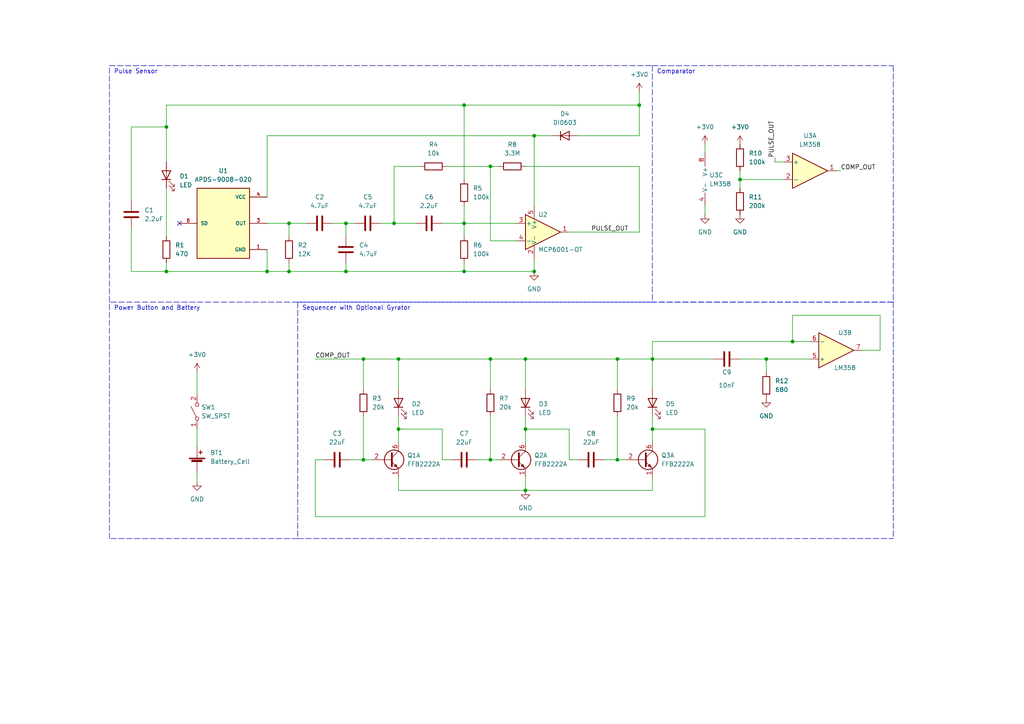
<source format=kicad_sch>
(kicad_sch (version 20211123) (generator eeschema)
  (paper "A4")
  (lib_symbols
    (symbol "APDS-9008-020:APDS-9008-020" (pin_names (offset 1.016))
      (property "Reference" "U" (at -7.6339 12.7231 0))
      (property "Value" "APDS-9008-020" (at -7.6346 -14.5057 0))
      (symbol "APDS-9008-020_0_0"
        (rectangle (start -7.62 -10.16) (end 7.62 10.16) (stroke (width 0.254)) (fill (type background)))
        (pin passive line (at 12.7 -7.62 180) (length 5.08) (name "GND") (number "1"))
        (pin output line (at 12.7 0 180) (length 5.08) (name "OUT") (number "3"))
        (pin power_in line (at 12.7 7.62 180) (length 5.08) (name "VCC") (number "4"))
        (pin input line (at -12.7 0 0) (length 5.08) (name "SD") (number "6"))
      )
    )
    (symbol "Amplifier_Operational:LM358" (pin_names (offset 0.127))
      (property "Reference" "U" (at 0 5.08 0))
      (property "Value" "LM358" (at 0 -5.08 0))
      (symbol "LM358_1_1"
        (polyline (pts (xy -5.08 5.08) (xy 5.08 0) (xy -5.08 -5.08) (xy -5.08 5.08)) (stroke (width 0.254)) (fill (type background)))
        (pin output line (at 7.62 0 180) (length 2.54) (name "~") (number "1"))
        (pin input line (at -7.62 -2.54 0) (length 2.54) (name "-") (number "2"))
        (pin input line (at -7.62 2.54 0) (length 2.54) (name "+") (number "3"))
      )
      (symbol "LM358_2_1"
        (polyline (pts (xy -5.08 5.08) (xy 5.08 0) (xy -5.08 -5.08) (xy -5.08 5.08)) (stroke (width 0.254)) (fill (type background)))
        (pin input line (at -7.62 2.54 0) (length 2.54) (name "+") (number "5"))
        (pin input line (at -7.62 -2.54 0) (length 2.54) (name "-") (number "6"))
        (pin output line (at 7.62 0 180) (length 2.54) (name "~") (number "7"))
      )
      (symbol "LM358_3_1"
        (pin power_in line (at -2.54 -7.62 90) (length 3.81) (name "V-") (number "4"))
        (pin power_in line (at -2.54 7.62 270) (length 3.81) (name "V+") (number "8"))
      )
    )
    (symbol "Amplifier_Operational:MCP6001-OT" (pin_names (offset 0.127))
      (property "Reference" "U" (at -1.27 6.35 0))
      (property "Value" "MCP6001-OT" (at -1.27 3.81 0))
      (symbol "MCP6001-OT_0_1"
        (polyline (pts (xy -5.08 5.08) (xy 5.08 0) (xy -5.08 -5.08) (xy -5.08 5.08)) (stroke (width 0.254)) (fill (type background)))
        (pin power_in line (at -2.54 -7.62 90) (length 3.81) (name "V-") (number "2"))
        (pin power_in line (at -2.54 7.62 270) (length 3.81) (name "V+") (number "5"))
      )
      (symbol "MCP6001-OT_1_1"
        (pin output line (at 7.62 0 180) (length 2.54) (name "~") (number "1"))
        (pin input line (at -7.62 2.54 0) (length 2.54) (name "+") (number "3"))
        (pin input line (at -7.62 -2.54 0) (length 2.54) (name "-") (number "4"))
      )
    )
    (symbol "Device:Battery_Cell" (pin_numbers hide) (pin_names (offset 0) hide)
      (property "Reference" "BT" (at 2.54 2.54 0))
      (property "Value" "Battery_Cell" (at 2.54 0 0))
      (symbol "Battery_Cell_0_1"
        (rectangle (start -2.286 1.778) (end 2.286 1.524) (fill (type outline)))
        (rectangle (start -1.5748 1.1938) (end 1.4732 0.6858) (fill (type outline)))
        (polyline (pts (xy 0 0.762) (xy 0 0)))
        (polyline (pts (xy 0 1.778) (xy 0 2.54)))
        (polyline (pts (xy 0.508 3.429) (xy 1.524 3.429)) (stroke (width 0.254)))
        (polyline (pts (xy 1.016 3.937) (xy 1.016 2.921)) (stroke (width 0.254)))
      )
      (symbol "Battery_Cell_1_1"
        (pin passive line (at 0 5.08 270) (length 2.54) (name "+") (number "1"))
        (pin passive line (at 0 -2.54 90) (length 2.54) (name "-") (number "2"))
      )
    )
    (symbol "Device:C" (pin_numbers hide) (pin_names (offset 0.254))
      (property "Reference" "C" (at 0.635 2.54 0))
      (property "Value" "C" (at 0.635 -2.54 0))
      (symbol "C_0_1"
        (polyline (pts (xy -2.032 -0.762) (xy 2.032 -0.762)) (stroke (width 0.508)))
        (polyline (pts (xy -2.032 0.762) (xy 2.032 0.762)) (stroke (width 0.508)))
      )
      (symbol "C_1_1"
        (pin passive line (at 0 3.81 270) (length 2.794) (name "~") (number "1"))
        (pin passive line (at 0 -3.81 90) (length 2.794) (name "~") (number "2"))
      )
    )
    (symbol "Device:D" (pin_numbers hide) (pin_names (offset 1.016) hide)
      (property "Reference" "D" (at 0 2.54 0))
      (property "Value" "D" (at 0 -2.54 0))
      (symbol "D_0_1"
        (polyline (pts (xy -1.27 1.27) (xy -1.27 -1.27)) (stroke (width 0.254)))
        (polyline (pts (xy 1.27 0) (xy -1.27 0)))
        (polyline (pts (xy 1.27 1.27) (xy 1.27 -1.27) (xy -1.27 0) (xy 1.27 1.27)) (stroke (width 0.254)))
      )
      (symbol "D_1_1"
        (pin passive line (at -3.81 0 0) (length 2.54) (name "K") (number "1"))
        (pin passive line (at 3.81 0 180) (length 2.54) (name "A") (number "2"))
      )
    )
    (symbol "Device:LED" (pin_numbers hide) (pin_names (offset 1.016) hide)
      (property "Reference" "D" (at 0 2.54 0))
      (property "Value" "LED" (at 0 -2.54 0))
      (symbol "LED_0_1"
        (polyline (pts (xy -1.27 -1.27) (xy -1.27 1.27)) (stroke (width 0.254)))
        (polyline (pts (xy -1.27 0) (xy 1.27 0)))
        (polyline (pts (xy 1.27 -1.27) (xy 1.27 1.27) (xy -1.27 0) (xy 1.27 -1.27)) (stroke (width 0.254)))
        (polyline (pts (xy -3.048 -0.762) (xy -4.572 -2.286) (xy -3.81 -2.286) (xy -4.572 -2.286) (xy -4.572 -1.524)))
        (polyline (pts (xy -1.778 -0.762) (xy -3.302 -2.286) (xy -2.54 -2.286) (xy -3.302 -2.286) (xy -3.302 -1.524)))
      )
      (symbol "LED_1_1"
        (pin passive line (at -3.81 0 0) (length 2.54) (name "K") (number "1"))
        (pin passive line (at 3.81 0 180) (length 2.54) (name "A") (number "2"))
      )
    )
    (symbol "Device:R" (pin_numbers hide) (pin_names (offset 0))
      (property "Reference" "R" (at 2.032 0 90))
      (property "Value" "R" (at 0 0 90))
      (symbol "R_0_1"
        (rectangle (start -1.016 -2.54) (end 1.016 2.54) (stroke (width 0.254)))
      )
      (symbol "R_1_1"
        (pin passive line (at 0 3.81 270) (length 1.27) (name "~") (number "1"))
        (pin passive line (at 0 -3.81 90) (length 1.27) (name "~") (number "2"))
      )
    )
    (symbol "Switch:SW_SPST" (pin_names (offset 0) hide)
      (property "Reference" "SW" (at 0 3.175 0))
      (property "Value" "SW_SPST" (at 0 -2.54 0))
      (symbol "SW_SPST_0_0"
        (circle (center -2.032 0) (radius 0.508))
        (polyline (pts (xy -1.524 0.254) (xy 1.524 1.778)))
        (circle (center 2.032 0) (radius 0.508))
      )
      (symbol "SW_SPST_1_1"
        (pin passive line (at -5.08 0 0) (length 2.54) (name "A") (number "1"))
        (pin passive line (at 5.08 0 180) (length 2.54) (name "B") (number "2"))
      )
    )
    (symbol "Transistor_BJT:FFB2222A" (pin_names (offset 0) hide)
      (property "Reference" "Q" (at 5.08 1.27 0))
      (property "Value" "FFB2222A" (at 5.08 -1.27 0))
      (symbol "FFB2222A_0_1"
        (polyline (pts (xy 0.635 0) (xy -2.54 0)))
        (polyline (pts (xy 0.635 0.635) (xy 2.54 2.54)))
        (polyline (pts (xy 0.635 -0.635) (xy 2.54 -2.54) (xy 2.54 -2.54)))
        (polyline (pts (xy 0.635 1.905) (xy 0.635 -1.905) (xy 0.635 -1.905)) (stroke (width 0.508)))
        (polyline (pts (xy 1.27 -1.778) (xy 1.778 -1.27) (xy 2.286 -2.286) (xy 1.27 -1.778) (xy 1.27 -1.778)) (fill (type outline)))
        (circle (center 1.27 0) (radius 2.8194) (stroke (width 0.254)))
      )
      (symbol "FFB2222A_1_1"
        (pin passive line (at 2.54 -5.08 90) (length 2.54) (name "E1") (number "1"))
        (pin input line (at -5.08 0 0) (length 2.54) (name "B1") (number "2"))
        (pin passive line (at 2.54 5.08 270) (length 2.54) (name "C1") (number "6"))
      )
      (symbol "FFB2222A_2_1"
        (pin passive line (at 2.54 5.08 270) (length 2.54) (name "C2") (number "3"))
        (pin passive line (at 2.54 -5.08 90) (length 2.54) (name "E2") (number "4"))
        (pin input line (at -5.08 0 0) (length 2.54) (name "B2") (number "5"))
      )
    )
    (symbol "power:+3V0" (power) (pin_names (offset 0))
      (property "Value" "+3V0" (at 0 3.556 0))
      (symbol "+3V0_0_1"
        (polyline (pts (xy -0.762 1.27) (xy 0 2.54)))
        (polyline (pts (xy 0 0) (xy 0 2.54)))
        (polyline (pts (xy 0 2.54) (xy 0.762 1.27)))
      )
      (symbol "+3V0_1_1"
        (pin power_in line (at 0 0 90) (length 0) hide (name "+3V0") (number "1"))
      )
    )
    (symbol "power:GND" (power) (pin_names (offset 0))
      (property "Value" "GND" (at 0 -3.81 0))
      (symbol "GND_0_1"
        (polyline (pts (xy 0 0) (xy 0 -1.27) (xy 1.27 -1.27) (xy 0 -2.54) (xy -1.27 -1.27) (xy 0 -1.27)))
      )
      (symbol "GND_1_1"
        (pin power_in line (at 0 0 270) (length 0) hide (name "GND") (number "1"))
      )
    )
  )
  (junction (at 154.94 39.37))
  (junction (at 179.07 133.35))
  (junction (at 83.82 78.74))
  (junction (at 152.4 142.24))
  (junction (at 77.47 78.74))
  (junction (at 115.57 124.46))
  (junction (at 115.57 104.14))
  (junction (at 189.23 124.46))
  (junction (at 83.82 64.77))
  (junction (at 154.94 78.74))
  (junction (at 48.26 36.83))
  (junction (at 214.63 52.07))
  (junction (at 105.41 104.14))
  (junction (at 114.3 64.77))
  (junction (at 152.4 124.46))
  (junction (at 142.24 48.26))
  (junction (at 134.62 64.77))
  (junction (at 100.33 64.77))
  (junction (at 134.62 30.48))
  (junction (at 142.24 133.35))
  (junction (at 48.26 78.74))
  (junction (at 185.42 30.48))
  (junction (at 189.23 104.14))
  (junction (at 100.33 78.74))
  (junction (at 152.4 104.14))
  (junction (at 142.24 104.14))
  (junction (at 134.62 78.74))
  (junction (at 179.07 104.14))
  (junction (at 105.41 133.35))
  (junction (at 222.25 104.14))
  (junction (at 229.87 99.06))
  (no_connect (at 52.07 64.77))
  (wire (pts (xy 222.25 104.14) (xy 234.95 104.14)))
  (wire (pts (xy 152.4 142.24) (xy 152.4 138.43)))
  (wire (pts (xy 204.47 149.86) (xy 91.44 149.86)))
  (polyline (pts (xy 259.08 87.63) (xy 86.36 87.63)))
  (wire (pts (xy 152.4 120.65) (xy 152.4 124.46)))
  (wire (pts (xy 154.94 59.69) (xy 154.94 39.37)))
  (wire (pts (xy 134.62 64.77) (xy 134.62 68.58)))
  (wire (pts (xy 77.47 57.15) (xy 77.47 39.37)))
  (polyline (pts (xy 259.08 87.63) (xy 189.23 87.63)))
  (wire (pts (xy 167.64 39.37) (xy 185.42 39.37)))
  (wire (pts (xy 189.23 142.24) (xy 189.23 138.43)))
  (polyline (pts (xy 86.36 87.63) (xy 86.36 156.21)))
  (wire (pts (xy 222.25 104.14) (xy 222.25 107.95)))
  (wire (pts (xy 185.42 30.48) (xy 185.42 26.67)))
  (wire (pts (xy 179.07 120.65) (xy 179.07 133.35)))
  (wire (pts (xy 152.4 124.46) (xy 152.4 128.27)))
  (wire (pts (xy 114.3 48.26) (xy 114.3 64.77)))
  (wire (pts (xy 100.33 78.74) (xy 134.62 78.74)))
  (wire (pts (xy 214.63 52.07) (xy 227.33 52.07)))
  (polyline (pts (xy 31.75 87.63) (xy 31.75 19.05)))
  (wire (pts (xy 152.4 104.14) (xy 152.4 113.03)))
  (wire (pts (xy 149.86 69.85) (xy 142.24 69.85)))
  (wire (pts (xy 100.33 64.77) (xy 102.87 64.77)))
  (wire (pts (xy 115.57 142.24) (xy 115.57 138.43)))
  (wire (pts (xy 204.47 62.23) (xy 204.47 59.69)))
  (wire (pts (xy 83.82 78.74) (xy 100.33 78.74)))
  (wire (pts (xy 250.19 101.6) (xy 255.27 101.6)))
  (wire (pts (xy 189.23 104.14) (xy 189.23 113.03)))
  (wire (pts (xy 128.27 133.35) (xy 128.27 124.46)))
  (wire (pts (xy 134.62 78.74) (xy 154.94 78.74)))
  (wire (pts (xy 48.26 78.74) (xy 38.1 78.74)))
  (wire (pts (xy 152.4 142.24) (xy 189.23 142.24)))
  (wire (pts (xy 115.57 142.24) (xy 152.4 142.24)))
  (wire (pts (xy 142.24 120.65) (xy 142.24 133.35)))
  (polyline (pts (xy 31.75 19.05) (xy 189.23 19.05)))
  (polyline (pts (xy 189.23 19.05) (xy 259.08 19.05)))
  (wire (pts (xy 175.26 133.35) (xy 179.07 133.35)))
  (wire (pts (xy 142.24 69.85) (xy 142.24 48.26)))
  (wire (pts (xy 91.44 104.14) (xy 105.41 104.14)))
  (wire (pts (xy 229.87 91.44) (xy 229.87 99.06)))
  (wire (pts (xy 83.82 68.58) (xy 83.82 64.77)))
  (wire (pts (xy 185.42 30.48) (xy 185.42 39.37)))
  (wire (pts (xy 115.57 104.14) (xy 115.57 113.03)))
  (wire (pts (xy 128.27 133.35) (xy 130.81 133.35)))
  (wire (pts (xy 105.41 120.65) (xy 105.41 133.35)))
  (wire (pts (xy 154.94 78.74) (xy 154.94 74.93)))
  (wire (pts (xy 185.42 48.26) (xy 185.42 67.31)))
  (wire (pts (xy 115.57 104.14) (xy 142.24 104.14)))
  (wire (pts (xy 189.23 124.46) (xy 204.47 124.46)))
  (wire (pts (xy 204.47 41.91) (xy 204.47 44.45)))
  (polyline (pts (xy 259.08 19.05) (xy 259.08 87.63)))
  (wire (pts (xy 165.1 133.35) (xy 167.64 133.35)))
  (wire (pts (xy 77.47 78.74) (xy 48.26 78.74)))
  (wire (pts (xy 48.26 36.83) (xy 48.26 46.99)))
  (wire (pts (xy 242.57 49.53) (xy 243.84 49.53)))
  (wire (pts (xy 83.82 64.77) (xy 88.9 64.77)))
  (wire (pts (xy 142.24 104.14) (xy 152.4 104.14)))
  (polyline (pts (xy 259.08 87.63) (xy 259.08 156.21)))
  (wire (pts (xy 110.49 64.77) (xy 114.3 64.77)))
  (wire (pts (xy 255.27 101.6) (xy 255.27 91.44)))
  (wire (pts (xy 214.63 104.14) (xy 222.25 104.14)))
  (wire (pts (xy 255.27 91.44) (xy 229.87 91.44)))
  (wire (pts (xy 189.23 120.65) (xy 189.23 124.46)))
  (wire (pts (xy 179.07 133.35) (xy 181.61 133.35)))
  (wire (pts (xy 134.62 30.48) (xy 48.26 30.48)))
  (wire (pts (xy 129.54 48.26) (xy 142.24 48.26)))
  (wire (pts (xy 121.92 48.26) (xy 114.3 48.26)))
  (wire (pts (xy 185.42 67.31) (xy 165.1 67.31)))
  (wire (pts (xy 134.62 30.48) (xy 185.42 30.48)))
  (wire (pts (xy 142.24 133.35) (xy 144.78 133.35)))
  (wire (pts (xy 214.63 49.53) (xy 214.63 52.07)))
  (wire (pts (xy 91.44 133.35) (xy 93.98 133.35)))
  (wire (pts (xy 134.62 52.07) (xy 134.62 30.48)))
  (wire (pts (xy 189.23 104.14) (xy 207.01 104.14)))
  (wire (pts (xy 57.15 107.95) (xy 57.15 114.3)))
  (wire (pts (xy 100.33 76.2) (xy 100.33 78.74)))
  (wire (pts (xy 105.41 133.35) (xy 107.95 133.35)))
  (wire (pts (xy 48.26 30.48) (xy 48.26 36.83)))
  (polyline (pts (xy 86.36 156.21) (xy 259.08 156.21)))
  (wire (pts (xy 152.4 104.14) (xy 179.07 104.14)))
  (wire (pts (xy 57.15 124.46) (xy 57.15 129.54)))
  (wire (pts (xy 189.23 99.06) (xy 229.87 99.06)))
  (polyline (pts (xy 189.23 87.63) (xy 31.75 87.63)))
  (wire (pts (xy 142.24 104.14) (xy 142.24 113.03)))
  (wire (pts (xy 91.44 149.86) (xy 91.44 133.35)))
  (wire (pts (xy 134.62 76.2) (xy 134.62 78.74)))
  (wire (pts (xy 105.41 104.14) (xy 105.41 113.03)))
  (wire (pts (xy 48.26 76.2) (xy 48.26 78.74)))
  (wire (pts (xy 115.57 120.65) (xy 115.57 124.46)))
  (wire (pts (xy 115.57 124.46) (xy 128.27 124.46)))
  (wire (pts (xy 96.52 64.77) (xy 100.33 64.77)))
  (wire (pts (xy 48.26 54.61) (xy 48.26 68.58)))
  (wire (pts (xy 154.94 39.37) (xy 160.02 39.37)))
  (wire (pts (xy 38.1 66.04) (xy 38.1 78.74)))
  (wire (pts (xy 227.33 46.99) (xy 224.79 46.99)))
  (wire (pts (xy 179.07 104.14) (xy 179.07 113.03)))
  (wire (pts (xy 77.47 78.74) (xy 83.82 78.74)))
  (polyline (pts (xy 86.36 156.21) (xy 31.75 156.21)))
  (wire (pts (xy 101.6 133.35) (xy 105.41 133.35)))
  (wire (pts (xy 229.87 99.06) (xy 234.95 99.06)))
  (wire (pts (xy 204.47 124.46) (xy 204.47 149.86)))
  (wire (pts (xy 189.23 99.06) (xy 189.23 104.14)))
  (wire (pts (xy 165.1 133.35) (xy 165.1 124.46)))
  (wire (pts (xy 38.1 36.83) (xy 48.26 36.83)))
  (wire (pts (xy 179.07 104.14) (xy 189.23 104.14)))
  (polyline (pts (xy 189.23 19.05) (xy 189.23 87.63)))
  (wire (pts (xy 38.1 58.42) (xy 38.1 36.83)))
  (wire (pts (xy 128.27 64.77) (xy 134.62 64.77)))
  (wire (pts (xy 77.47 72.39) (xy 77.47 78.74)))
  (wire (pts (xy 134.62 59.69) (xy 134.62 64.77)))
  (wire (pts (xy 138.43 133.35) (xy 142.24 133.35)))
  (wire (pts (xy 152.4 48.26) (xy 185.42 48.26)))
  (wire (pts (xy 77.47 64.77) (xy 83.82 64.77)))
  (wire (pts (xy 214.63 52.07) (xy 214.63 54.61)))
  (wire (pts (xy 114.3 64.77) (xy 120.65 64.77)))
  (wire (pts (xy 189.23 124.46) (xy 189.23 128.27)))
  (wire (pts (xy 142.24 48.26) (xy 144.78 48.26)))
  (wire (pts (xy 152.4 124.46) (xy 165.1 124.46)))
  (wire (pts (xy 77.47 39.37) (xy 154.94 39.37)))
  (wire (pts (xy 100.33 64.77) (xy 100.33 68.58)))
  (wire (pts (xy 115.57 124.46) (xy 115.57 128.27)))
  (wire (pts (xy 134.62 64.77) (xy 149.86 64.77)))
  (wire (pts (xy 57.15 137.16) (xy 57.15 139.7)))
  (wire (pts (xy 105.41 104.14) (xy 115.57 104.14)))
  (polyline (pts (xy 31.75 156.21) (xy 31.75 87.63)))
  (wire (pts (xy 224.79 45.72) (xy 224.79 46.99)))
  (wire (pts (xy 83.82 76.2) (xy 83.82 78.74)))
  (text "Comparator" (at 190.5 21.59 0) (effects (font (size 1.27 1.27)) (justify left bottom)))
  (text "Power Button and Battery" (at 33.02 90.17 0) (effects (font (size 1.27 1.27)) (justify left bottom)))
  (text "Sequencer with Optional Gyrator" (at 87.63 90.17 0) (effects (font (size 1.27 1.27)) (justify left bottom)))
  (text "Pulse Sensor" (at 33.02 21.59 0) (effects (font (size 1.27 1.27)) (justify left bottom)))
  (label "PULSE_OUT" (at 171.45 67.31 0))
  (label "COMP_OUT" (at 243.84 49.53 0))
  (label "PULSE_OUT" (at 224.79 45.72 90))
  (label "COMP_OUT" (at 91.44 104.14 0))
  (symbol (lib_id "power:GND") (at 57.15 139.7 0) (unit 1)
    (property "Reference" "#PWR02" (effects hide))
    (property "Value" "GND" (at 57.15 144.78 0))
  )
  (symbol (lib_id "power:+3V0") (at 57.15 107.95 0) (unit 1)
    (property "Reference" "#PWR01" (effects hide))
    (property "Value" "+3V0" (at 57.15 102.87 0))
  )
  (symbol (lib_id "power:GND") (at 214.63 62.23 0) (unit 1)
    (property "Reference" "#PWR09" (effects hide))
    (property "Value" "GND" (at 214.63 67.31 0))
  )
  (symbol (lib_id "Device:R") (at 142.24 116.84 0) (unit 1)
    (property "Reference" "R7" (at 144.78 115.5699 0) (effects (justify left)))
    (property "Value" "20k" (at 144.78 118.1099 0) (effects (justify left)))
    (property "Footprint" "Resistor_SMD:R_0603_1608Metric" (effects hide))
  )
  (symbol (lib_id "power:GND") (at 152.4 142.24 0) (unit 1)
    (property "Reference" "#PWR03" (effects hide))
    (property "Value" "GND" (at 152.4 147.32 0))
  )
  (symbol (lib_id "Device:LED") (at 189.23 116.84 90) (unit 1)
    (property "Reference" "D5" (at 193.04 117.1574 90) (effects (justify right)))
    (property "Value" "LED" (at 193.04 119.6974 90) (effects (justify right)))
    (property "Footprint" "LED_SMD:LED_1206_3216Metric_ReverseMount_Hole1.8x2.4mm" (effects hide))
  )
  (symbol (lib_id "power:GND") (at 204.47 62.23 0) (unit 1)
    (property "Reference" "#PWR07" (effects hide))
    (property "Value" "GND" (at 204.47 67.31 0))
  )
  (symbol (lib_id "Amplifier_Operational:LM358") (at 242.57 101.6 0) (mirror x) (unit 2)
    (property "Reference" "U3" (at 245.11 96.52 0))
    (property "Value" "LM358" (at 245.11 106.68 0))
    (property "Footprint" "Package_TO_SOT_SMD:SOT-23-8_Handsoldering" (effects hide))
    (property "Datasheet" "http://www.ti.com/lit/ds/symlink/lm2904-n.pdf" (effects hide))
  )
  (symbol (lib_id "Device:R") (at 134.62 72.39 0) (unit 1)
    (property "Reference" "R6" (at 137.16 71.1199 0) (effects (justify left)))
    (property "Value" "100k" (at 137.16 73.6599 0) (effects (justify left)))
    (property "Footprint" "Resistor_SMD:R_0603_1608Metric" (effects hide))
  )
  (symbol (lib_id "Amplifier_Operational:MCP6001-OT") (at 157.48 67.31 0) (unit 1)
    (property "Reference" "U2" (at 157.48 62.23 0))
    (property "Value" "MCP6001-OT" (at 162.56 72.39 0))
    (property "Footprint" "Package_TO_SOT_SMD:SOT-23-5" (effects hide))
    (property "Datasheet" "http://ww1.microchip.com/downloads/en/DeviceDoc/21733j.pdf" (effects hide))
  )
  (symbol (lib_id "Device:C") (at 38.1 62.23 0) (unit 1)
    (property "Reference" "C1" (at 41.91 60.9599 0) (effects (justify left)))
    (property "Value" "2.2uF" (at 41.91 63.4999 0) (effects (justify left)))
    (property "Footprint" "Capacitor_SMD:C_0603_1608Metric" (effects hide))
  )
  (symbol (lib_id "Device:C") (at 92.71 64.77 270) (unit 1)
    (property "Reference" "C2" (at 92.71 57.15 90))
    (property "Value" "4.7uF" (at 92.71 59.69 90))
    (property "Footprint" "Capacitor_SMD:C_0603_1608Metric" (effects hide))
  )
  (symbol (lib_id "Device:LED") (at 48.26 50.8 90) (unit 1)
    (property "Reference" "D1" (at 52.07 51.1174 90) (effects (justify right)))
    (property "Value" "LED" (at 52.07 53.6574 90) (effects (justify right)))
    (property "Footprint" "LED_SMD:LED_1206_3216Metric_ReverseMount_Hole1.8x2.4mm" (effects hide))
  )
  (symbol (lib_id "Amplifier_Operational:LM358") (at 207.01 52.07 0) (unit 3)
    (property "Reference" "U3" (at 205.74 50.7999 0) (effects (justify left)))
    (property "Value" "LM358" (at 205.74 53.3399 0) (effects (justify left)))
    (property "Footprint" "Package_TO_SOT_SMD:SOT-23-8_Handsoldering" (effects hide))
    (property "Datasheet" "http://www.ti.com/lit/ds/symlink/lm2904-n.pdf" (effects hide))
  )
  (symbol (lib_id "Device:R") (at 214.63 45.72 0) (unit 1)
    (property "Reference" "R10" (at 217.17 44.4499 0) (effects (justify left)))
    (property "Value" "100k" (at 217.17 46.9899 0) (effects (justify left)))
    (property "Footprint" "Resistor_SMD:R_0603_1608Metric" (effects hide))
  )
  (symbol (lib_id "power:+3V0") (at 204.47 41.91 0) (unit 1)
    (property "Reference" "#PWR06" (effects hide))
    (property "Value" "+3V0" (at 204.47 36.83 0))
  )
  (symbol (lib_id "Device:C") (at 100.33 72.39 180) (unit 1)
    (property "Reference" "C4" (at 104.14 71.1199 0) (effects (justify right)))
    (property "Value" "4.7uF" (at 104.14 73.6599 0) (effects (justify right)))
    (property "Footprint" "Capacitor_SMD:C_0603_1608Metric" (effects hide))
  )
  (symbol (lib_id "Device:R") (at 83.82 72.39 0) (unit 1)
    (property "Reference" "R2" (at 86.36 71.1199 0) (effects (justify left)))
    (property "Value" "12K" (at 86.36 73.6599 0) (effects (justify left)))
    (property "Footprint" "Resistor_SMD:R_0603_1608Metric" (effects hide))
  )
  (symbol (lib_id "Device:C") (at 97.79 133.35 90) (unit 1)
    (property "Reference" "C3" (at 97.79 125.73 90))
    (property "Value" "22uF" (at 97.79 128.27 90))
    (property "Footprint" "Capacitor_SMD:C_0603_1608Metric" (effects hide))
  )
  (symbol (lib_id "Device:R") (at 214.63 58.42 0) (unit 1)
    (property "Reference" "R11" (at 217.17 57.1499 0) (effects (justify left)))
    (property "Value" "200k" (at 217.17 59.6899 0) (effects (justify left)))
    (property "Footprint" "Resistor_SMD:R_0603_1608Metric" (effects hide))
  )
  (symbol (lib_id "power:GND") (at 222.25 115.57 0) (unit 1)
    (property "Reference" "#PWR010" (effects hide))
    (property "Value" "GND" (at 222.25 120.65 0))
  )
  (symbol (lib_id "Device:C") (at 106.68 64.77 270) (unit 1)
    (property "Reference" "C5" (at 106.68 57.15 90))
    (property "Value" "4.7uF" (at 106.68 59.69 90))
    (property "Footprint" "Capacitor_SMD:C_0603_1608Metric" (effects hide))
  )
  (symbol (lib_id "Transistor_BJT:FFB2222A") (at 113.03 133.35 0) (unit 1)
    (property "Reference" "Q1" (at 118.11 132.0799 0) (effects (justify left)))
    (property "Value" "FFB2222A" (at 118.11 134.6199 0) (effects (justify left)))
    (property "Footprint" "Package_TO_SOT_SMD:SOT-363_SC-70-6" (effects hide))
    (property "Datasheet" "https://www.onsemi.com/pub/Collateral/MMPQ2222A-D.pdf" (effects hide))
  )
  (symbol (lib_id "Transistor_BJT:FFB2222A") (at 186.69 133.35 0) (unit 1)
    (property "Reference" "Q3" (at 191.77 132.0799 0) (effects (justify left)))
    (property "Value" "FFB2222A" (at 191.77 134.6199 0) (effects (justify left)))
    (property "Footprint" "Package_TO_SOT_SMD:SOT-363_SC-70-6" (effects hide))
    (property "Datasheet" "https://www.onsemi.com/pub/Collateral/MMPQ2222A-D.pdf" (effects hide))
  )
  (symbol (lib_id "Device:R") (at 105.41 116.84 0) (unit 1)
    (property "Reference" "R3" (at 107.95 115.5699 0) (effects (justify left)))
    (property "Value" "20k" (at 107.95 118.1099 0) (effects (justify left)))
    (property "Footprint" "Resistor_SMD:R_0603_1608Metric" (effects hide))
  )
  (symbol (lib_id "Device:R") (at 179.07 116.84 0) (unit 1)
    (property "Reference" "R9" (at 181.61 115.5699 0) (effects (justify left)))
    (property "Value" "20k" (at 181.61 118.1099 0) (effects (justify left)))
    (property "Footprint" "Resistor_SMD:R_0603_1608Metric" (effects hide))
  )
  (symbol (lib_id "Device:C") (at 124.46 64.77 90) (unit 1)
    (property "Reference" "C6" (at 124.46 57.15 90))
    (property "Value" "2.2uF" (at 124.46 59.69 90))
    (property "Footprint" "Capacitor_SMD:C_0603_1608Metric" (effects hide))
  )
  (symbol (lib_id "Transistor_BJT:FFB2222A") (at 149.86 133.35 0) (unit 1)
    (property "Reference" "Q2" (at 154.94 132.0799 0) (effects (justify left)))
    (property "Value" "FFB2222A" (at 154.94 134.6199 0) (effects (justify left)))
    (property "Footprint" "Package_TO_SOT_SMD:SOT-363_SC-70-6" (effects hide))
    (property "Datasheet" "https://www.onsemi.com/pub/Collateral/MMPQ2222A-D.pdf" (effects hide))
  )
  (symbol (lib_id "Device:R") (at 125.73 48.26 90) (unit 1)
    (property "Reference" "R4" (at 125.73 41.91 90))
    (property "Value" "10k" (at 125.73 44.45 90))
    (property "Footprint" "Resistor_SMD:R_0603_1608Metric" (effects hide))
  )
  (symbol (lib_id "Device:R") (at 222.25 111.76 0) (unit 1)
    (property "Reference" "R12" (at 224.79 110.4899 0) (effects (justify left)))
    (property "Value" "680" (at 224.79 113.0299 0) (effects (justify left)))
    (property "Footprint" "Resistor_SMD:R_0603_1608Metric" (effects hide))
  )
  (symbol (lib_id "APDS-9008-020:APDS-9008-020") (at 64.77 64.77 0) (unit 1)
    (property "Reference" "U1" (at 64.77 49.53 0))
    (property "Value" "APDS-9008-020" (at 64.77 52.07 0))
    (property "Footprint" "LCC140P200X240X80-6" (effects hide))
    (property "MANUFACTURER" "Avago Technologies" (effects hide))
  )
  (symbol (lib_id "Device:LED") (at 152.4 116.84 90) (unit 1)
    (property "Reference" "D3" (at 156.21 117.1574 90) (effects (justify right)))
    (property "Value" "LED" (at 156.21 119.6974 90) (effects (justify right)))
    (property "Footprint" "LED_SMD:LED_1206_3216Metric_ReverseMount_Hole1.8x2.4mm" (effects hide))
  )
  (symbol (lib_id "Device:C") (at 134.62 133.35 90) (unit 1)
    (property "Reference" "C7" (at 134.62 125.73 90))
    (property "Value" "22uF" (at 134.62 128.27 90))
    (property "Footprint" "Capacitor_SMD:C_0603_1608Metric" (effects hide))
  )
  (symbol (lib_id "Device:D") (at 163.83 39.37 0) (unit 1)
    (property "Reference" "D4" (at 163.83 33.02 0))
    (property "Value" "DI0603" (at 163.83 35.56 0))
    (property "Footprint" "Diode_SMD:D_0603_1608Metric" (effects hide))
  )
  (symbol (lib_id "Device:C") (at 171.45 133.35 90) (unit 1)
    (property "Reference" "C8" (at 171.45 125.73 90))
    (property "Value" "22uF" (at 171.45 128.27 90))
    (property "Footprint" "Capacitor_SMD:C_0603_1608Metric" (effects hide))
  )
  (symbol (lib_id "power:+3V0") (at 214.63 41.91 0) (unit 1)
    (property "Reference" "#PWR08" (effects hide))
    (property "Value" "+3V0" (at 214.63 36.83 0))
  )
  (symbol (lib_id "Device:LED") (at 115.57 116.84 90) (unit 1)
    (property "Reference" "D2" (at 119.38 117.1574 90) (effects (justify right)))
    (property "Value" "LED" (at 119.38 119.6974 90) (effects (justify right)))
    (property "Footprint" "LED_SMD:LED_1206_3216Metric_ReverseMount_Hole1.8x2.4mm" (effects hide))
  )
  (symbol (lib_id "Device:Battery_Cell") (at 57.15 134.62 0) (unit 1)
    (property "Reference" "BT1" (at 60.96 131.3179 0) (effects (justify left)))
    (property "Value" "Battery_Cell" (at 60.96 133.8579 0) (effects (justify left)))
  )
  (symbol (lib_id "Switch:SW_SPST") (at 57.15 119.38 90) (unit 1)
    (property "Reference" "SW1" (at 58.42 118.1099 90) (effects (justify right)))
    (property "Value" "SW_SPST" (at 58.42 120.6499 90) (effects (justify right)))
    (property "Footprint" "Button_Switch_SMD:SW_Push_1P1T_NO_6x6mm_H9.5mm" (effects hide))
  )
  (symbol (lib_id "Device:R") (at 148.59 48.26 90) (unit 1)
    (property "Reference" "R8" (at 148.59 41.91 90))
    (property "Value" "3.3M" (at 148.59 44.45 90))
    (property "Footprint" "Resistor_SMD:R_0603_1608Metric" (effects hide))
  )
  (symbol (lib_id "Device:C") (at 210.82 104.14 90) (unit 1)
    (property "Reference" "C9" (at 210.82 107.95 90))
    (property "Value" "10nF" (at 210.82 111.76 90))
    (property "Footprint" "Capacitor_SMD:C_0603_1608Metric" (effects hide))
  )
  (symbol (lib_id "Amplifier_Operational:LM358") (at 234.95 49.53 0) (unit 1)
    (property "Reference" "U3" (at 234.95 39.37 0))
    (property "Value" "LM358" (at 234.95 41.91 0))
    (property "Footprint" "Package_TO_SOT_SMD:SOT-23-8_Handsoldering" (effects hide))
    (property "Datasheet" "http://www.ti.com/lit/ds/symlink/lm2904-n.pdf" (effects hide))
  )
  (symbol (lib_id "Device:R") (at 134.62 55.88 0) (unit 1)
    (property "Reference" "R5" (at 137.16 54.6099 0) (effects (justify left)))
    (property "Value" "100k" (at 137.16 57.1499 0) (effects (justify left)))
    (property "Footprint" "Resistor_SMD:R_0603_1608Metric" (effects hide))
  )
  (symbol (lib_id "Device:R") (at 48.26 72.39 0) (unit 1)
    (property "Reference" "R1" (at 50.8 71.1199 0) (effects (justify left)))
    (property "Value" "470" (at 50.8 73.6599 0) (effects (justify left)))
    (property "Footprint" "Resistor_SMD:R_0603_1608Metric" (effects hide))
  )
  (symbol (lib_id "power:GND") (at 154.94 78.74 0) (unit 1)
    (property "Reference" "#PWR04" (effects hide))
    (property "Value" "GND" (at 154.94 83.82 0))
  )
  (symbol (lib_id "power:+3V0") (at 185.42 26.67 0) (unit 1)
    (property "Reference" "#PWR05" (effects hide))
    (property "Value" "+3V0" (at 185.42 21.59 0))
  )
)
</source>
